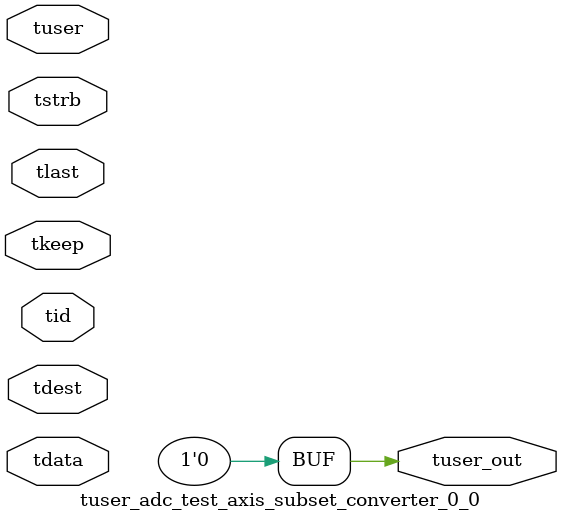
<source format=v>


`timescale 1ps/1ps

module tuser_adc_test_axis_subset_converter_0_0 #
(
parameter C_S_AXIS_TUSER_WIDTH = 1,
parameter C_S_AXIS_TDATA_WIDTH = 32,
parameter C_S_AXIS_TID_WIDTH   = 0,
parameter C_S_AXIS_TDEST_WIDTH = 0,
parameter C_M_AXIS_TUSER_WIDTH = 1
)
(
input  [(C_S_AXIS_TUSER_WIDTH == 0 ? 1 : C_S_AXIS_TUSER_WIDTH)-1:0     ] tuser,
input  [(C_S_AXIS_TDATA_WIDTH == 0 ? 1 : C_S_AXIS_TDATA_WIDTH)-1:0     ] tdata,
input  [(C_S_AXIS_TID_WIDTH   == 0 ? 1 : C_S_AXIS_TID_WIDTH)-1:0       ] tid,
input  [(C_S_AXIS_TDEST_WIDTH == 0 ? 1 : C_S_AXIS_TDEST_WIDTH)-1:0     ] tdest,
input  [(C_S_AXIS_TDATA_WIDTH/8)-1:0 ] tkeep,
input  [(C_S_AXIS_TDATA_WIDTH/8)-1:0 ] tstrb,
input                                                                    tlast,
output [C_M_AXIS_TUSER_WIDTH-1:0] tuser_out
);

assign tuser_out = {1'b0};

endmodule


</source>
